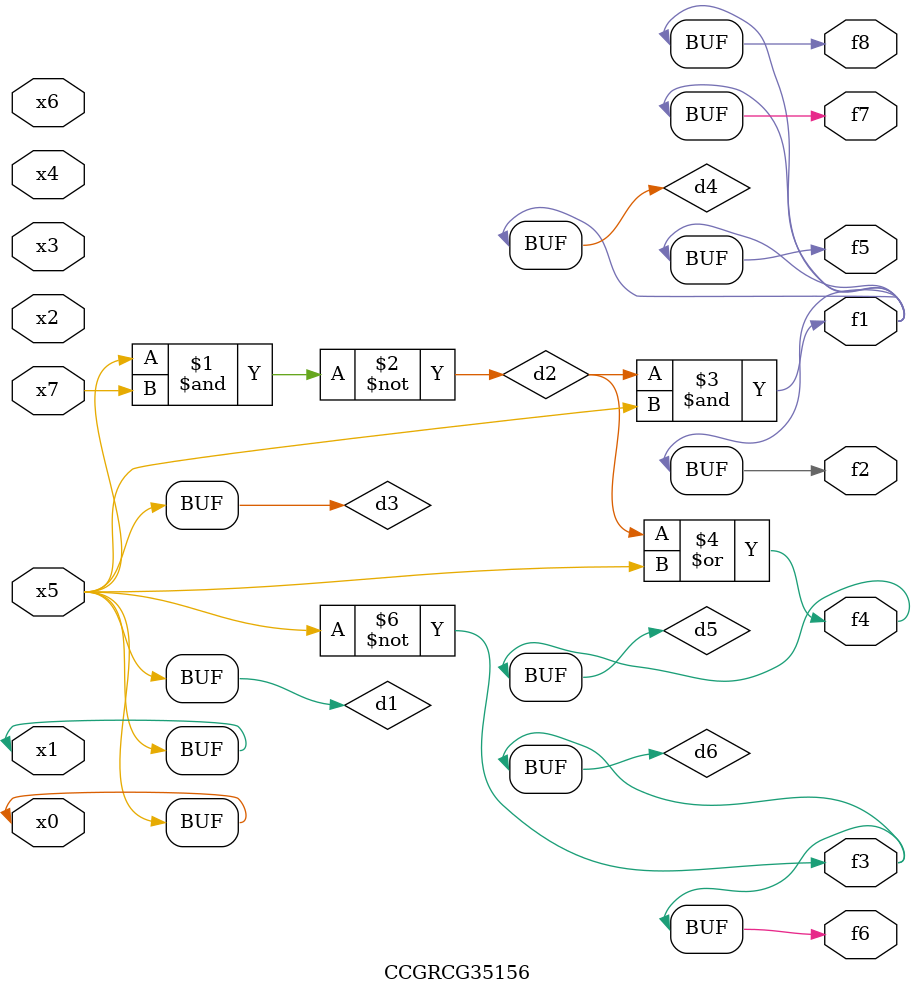
<source format=v>
module CCGRCG35156(
	input x0, x1, x2, x3, x4, x5, x6, x7,
	output f1, f2, f3, f4, f5, f6, f7, f8
);

	wire d1, d2, d3, d4, d5, d6;

	buf (d1, x0, x5);
	nand (d2, x5, x7);
	buf (d3, x0, x1);
	and (d4, d2, d3);
	or (d5, d2, d3);
	nor (d6, d1, d3);
	assign f1 = d4;
	assign f2 = d4;
	assign f3 = d6;
	assign f4 = d5;
	assign f5 = d4;
	assign f6 = d6;
	assign f7 = d4;
	assign f8 = d4;
endmodule

</source>
